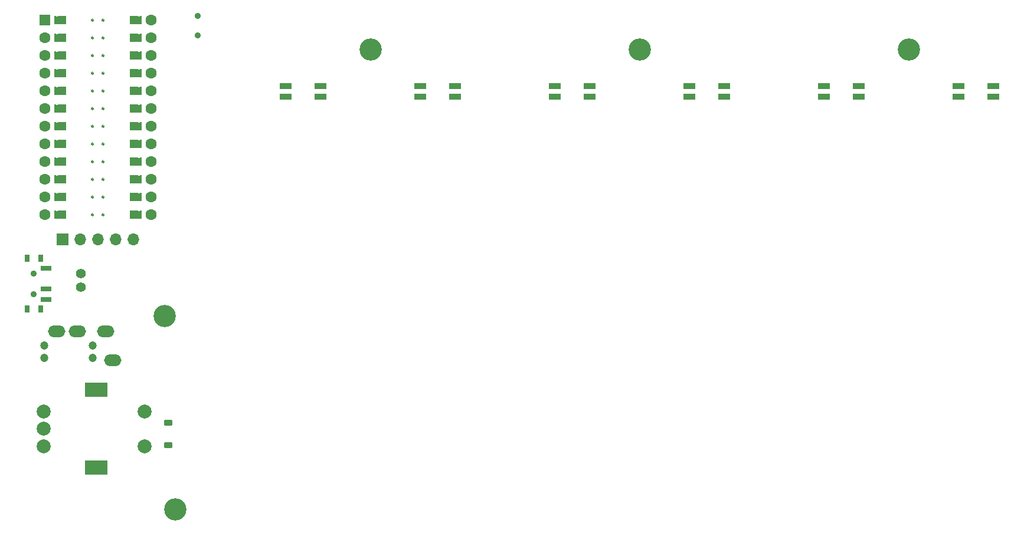
<source format=gts>
G04 #@! TF.GenerationSoftware,KiCad,Pcbnew,7.0.8*
G04 #@! TF.CreationDate,2023-10-21T22:22:21-07:00*
G04 #@! TF.ProjectId,Seismos_5CoreR,53656973-6d6f-4735-9f35-436f7265522e,rev?*
G04 #@! TF.SameCoordinates,Original*
G04 #@! TF.FileFunction,Soldermask,Top*
G04 #@! TF.FilePolarity,Negative*
%FSLAX46Y46*%
G04 Gerber Fmt 4.6, Leading zero omitted, Abs format (unit mm)*
G04 Created by KiCad (PCBNEW 7.0.8) date 2023-10-21 22:22:21*
%MOMM*%
%LPD*%
G01*
G04 APERTURE LIST*
G04 Aperture macros list*
%AMRoundRect*
0 Rectangle with rounded corners*
0 $1 Rounding radius*
0 $2 $3 $4 $5 $6 $7 $8 $9 X,Y pos of 4 corners*
0 Add a 4 corners polygon primitive as box body*
4,1,4,$2,$3,$4,$5,$6,$7,$8,$9,$2,$3,0*
0 Add four circle primitives for the rounded corners*
1,1,$1+$1,$2,$3*
1,1,$1+$1,$4,$5*
1,1,$1+$1,$6,$7*
1,1,$1+$1,$8,$9*
0 Add four rect primitives between the rounded corners*
20,1,$1+$1,$2,$3,$4,$5,0*
20,1,$1+$1,$4,$5,$6,$7,0*
20,1,$1+$1,$6,$7,$8,$9,0*
20,1,$1+$1,$8,$9,$2,$3,0*%
%AMFreePoly0*
4,1,6,0.600000,0.200000,0.000000,-0.400000,-0.600000,0.200000,-0.600000,0.400000,0.600000,0.400000,0.600000,0.200000,0.600000,0.200000,$1*%
%AMFreePoly1*
4,1,6,0.600000,-0.250000,-0.600000,-0.250000,-0.600000,1.000000,0.000000,0.400000,0.600000,1.000000,0.600000,-0.250000,0.600000,-0.250000,$1*%
G04 Aperture macros list end*
%ADD10C,0.250000*%
%ADD11C,0.100000*%
%ADD12C,3.200000*%
%ADD13C,2.000000*%
%ADD14R,3.200000X2.000000*%
%ADD15C,1.200000*%
%ADD16O,2.500000X1.700000*%
%ADD17R,1.700000X1.700000*%
%ADD18O,1.700000X1.700000*%
%ADD19C,0.900000*%
%ADD20R,1.500000X0.700000*%
%ADD21R,0.800000X1.000000*%
%ADD22C,1.400000*%
%ADD23C,1.600000*%
%ADD24FreePoly0,270.000000*%
%ADD25FreePoly0,90.000000*%
%ADD26R,1.600000X1.600000*%
%ADD27FreePoly1,270.000000*%
%ADD28FreePoly1,90.000000*%
%ADD29RoundRect,0.225000X-0.375000X0.225000X-0.375000X-0.225000X0.375000X-0.225000X0.375000X0.225000X0*%
%ADD30R,1.803400X0.812800*%
G04 APERTURE END LIST*
D10*
X42237000Y-22286000D02*
G75*
G03*
X42237000Y-22286000I-125000J0D01*
G01*
X40713000Y-22286000D02*
G75*
G03*
X40713000Y-22286000I-125000J0D01*
G01*
X42237000Y-24826000D02*
G75*
G03*
X42237000Y-24826000I-125000J0D01*
G01*
X40713000Y-24826000D02*
G75*
G03*
X40713000Y-24826000I-125000J0D01*
G01*
X42237000Y-27366000D02*
G75*
G03*
X42237000Y-27366000I-125000J0D01*
G01*
X40713000Y-27366000D02*
G75*
G03*
X40713000Y-27366000I-125000J0D01*
G01*
X42237000Y-29906000D02*
G75*
G03*
X42237000Y-29906000I-125000J0D01*
G01*
X40713000Y-29906000D02*
G75*
G03*
X40713000Y-29906000I-125000J0D01*
G01*
X42237000Y-32446000D02*
G75*
G03*
X42237000Y-32446000I-125000J0D01*
G01*
X40713000Y-32446000D02*
G75*
G03*
X40713000Y-32446000I-125000J0D01*
G01*
X42237000Y-34986000D02*
G75*
G03*
X42237000Y-34986000I-125000J0D01*
G01*
X40713000Y-34986000D02*
G75*
G03*
X40713000Y-34986000I-125000J0D01*
G01*
X42237000Y-37526000D02*
G75*
G03*
X42237000Y-37526000I-125000J0D01*
G01*
X40713000Y-37526000D02*
G75*
G03*
X40713000Y-37526000I-125000J0D01*
G01*
X42237000Y-40066000D02*
G75*
G03*
X42237000Y-40066000I-125000J0D01*
G01*
X40713000Y-40066000D02*
G75*
G03*
X40713000Y-40066000I-125000J0D01*
G01*
X42237000Y-42606000D02*
G75*
G03*
X42237000Y-42606000I-125000J0D01*
G01*
X40713000Y-42606000D02*
G75*
G03*
X40713000Y-42606000I-125000J0D01*
G01*
X42237000Y-45146000D02*
G75*
G03*
X42237000Y-45146000I-125000J0D01*
G01*
X40713000Y-45146000D02*
G75*
G03*
X40713000Y-45146000I-125000J0D01*
G01*
X42237000Y-47686000D02*
G75*
G03*
X42237000Y-47686000I-125000J0D01*
G01*
X40713000Y-47686000D02*
G75*
G03*
X40713000Y-47686000I-125000J0D01*
G01*
X42237000Y-50226000D02*
G75*
G03*
X42237000Y-50226000I-125000J0D01*
G01*
X40713000Y-50226000D02*
G75*
G03*
X40713000Y-50226000I-125000J0D01*
G01*
D11*
X36270000Y-22794000D02*
X35254000Y-22794000D01*
X35254000Y-21778000D01*
X36270000Y-21778000D01*
X36270000Y-22794000D01*
G36*
X36270000Y-22794000D02*
G01*
X35254000Y-22794000D01*
X35254000Y-21778000D01*
X36270000Y-21778000D01*
X36270000Y-22794000D01*
G37*
X47446000Y-22794000D02*
X46430000Y-22794000D01*
X46430000Y-21778000D01*
X47446000Y-21778000D01*
X47446000Y-22794000D01*
G36*
X47446000Y-22794000D02*
G01*
X46430000Y-22794000D01*
X46430000Y-21778000D01*
X47446000Y-21778000D01*
X47446000Y-22794000D01*
G37*
X36270000Y-25334000D02*
X35254000Y-25334000D01*
X35254000Y-24318000D01*
X36270000Y-24318000D01*
X36270000Y-25334000D01*
G36*
X36270000Y-25334000D02*
G01*
X35254000Y-25334000D01*
X35254000Y-24318000D01*
X36270000Y-24318000D01*
X36270000Y-25334000D01*
G37*
X47446000Y-25334000D02*
X46430000Y-25334000D01*
X46430000Y-24318000D01*
X47446000Y-24318000D01*
X47446000Y-25334000D01*
G36*
X47446000Y-25334000D02*
G01*
X46430000Y-25334000D01*
X46430000Y-24318000D01*
X47446000Y-24318000D01*
X47446000Y-25334000D01*
G37*
X36270000Y-27874000D02*
X35254000Y-27874000D01*
X35254000Y-26858000D01*
X36270000Y-26858000D01*
X36270000Y-27874000D01*
G36*
X36270000Y-27874000D02*
G01*
X35254000Y-27874000D01*
X35254000Y-26858000D01*
X36270000Y-26858000D01*
X36270000Y-27874000D01*
G37*
X47446000Y-27874000D02*
X46430000Y-27874000D01*
X46430000Y-26858000D01*
X47446000Y-26858000D01*
X47446000Y-27874000D01*
G36*
X47446000Y-27874000D02*
G01*
X46430000Y-27874000D01*
X46430000Y-26858000D01*
X47446000Y-26858000D01*
X47446000Y-27874000D01*
G37*
X36270000Y-30414000D02*
X35254000Y-30414000D01*
X35254000Y-29398000D01*
X36270000Y-29398000D01*
X36270000Y-30414000D01*
G36*
X36270000Y-30414000D02*
G01*
X35254000Y-30414000D01*
X35254000Y-29398000D01*
X36270000Y-29398000D01*
X36270000Y-30414000D01*
G37*
X47446000Y-30414000D02*
X46430000Y-30414000D01*
X46430000Y-29398000D01*
X47446000Y-29398000D01*
X47446000Y-30414000D01*
G36*
X47446000Y-30414000D02*
G01*
X46430000Y-30414000D01*
X46430000Y-29398000D01*
X47446000Y-29398000D01*
X47446000Y-30414000D01*
G37*
X36270000Y-32954000D02*
X35254000Y-32954000D01*
X35254000Y-31938000D01*
X36270000Y-31938000D01*
X36270000Y-32954000D01*
G36*
X36270000Y-32954000D02*
G01*
X35254000Y-32954000D01*
X35254000Y-31938000D01*
X36270000Y-31938000D01*
X36270000Y-32954000D01*
G37*
X47446000Y-32954000D02*
X46430000Y-32954000D01*
X46430000Y-31938000D01*
X47446000Y-31938000D01*
X47446000Y-32954000D01*
G36*
X47446000Y-32954000D02*
G01*
X46430000Y-32954000D01*
X46430000Y-31938000D01*
X47446000Y-31938000D01*
X47446000Y-32954000D01*
G37*
X36270000Y-35494000D02*
X35254000Y-35494000D01*
X35254000Y-34478000D01*
X36270000Y-34478000D01*
X36270000Y-35494000D01*
G36*
X36270000Y-35494000D02*
G01*
X35254000Y-35494000D01*
X35254000Y-34478000D01*
X36270000Y-34478000D01*
X36270000Y-35494000D01*
G37*
X47446000Y-35494000D02*
X46430000Y-35494000D01*
X46430000Y-34478000D01*
X47446000Y-34478000D01*
X47446000Y-35494000D01*
G36*
X47446000Y-35494000D02*
G01*
X46430000Y-35494000D01*
X46430000Y-34478000D01*
X47446000Y-34478000D01*
X47446000Y-35494000D01*
G37*
X36270000Y-38034000D02*
X35254000Y-38034000D01*
X35254000Y-37018000D01*
X36270000Y-37018000D01*
X36270000Y-38034000D01*
G36*
X36270000Y-38034000D02*
G01*
X35254000Y-38034000D01*
X35254000Y-37018000D01*
X36270000Y-37018000D01*
X36270000Y-38034000D01*
G37*
X47446000Y-38034000D02*
X46430000Y-38034000D01*
X46430000Y-37018000D01*
X47446000Y-37018000D01*
X47446000Y-38034000D01*
G36*
X47446000Y-38034000D02*
G01*
X46430000Y-38034000D01*
X46430000Y-37018000D01*
X47446000Y-37018000D01*
X47446000Y-38034000D01*
G37*
X36270000Y-40574000D02*
X35254000Y-40574000D01*
X35254000Y-39558000D01*
X36270000Y-39558000D01*
X36270000Y-40574000D01*
G36*
X36270000Y-40574000D02*
G01*
X35254000Y-40574000D01*
X35254000Y-39558000D01*
X36270000Y-39558000D01*
X36270000Y-40574000D01*
G37*
X47446000Y-40574000D02*
X46430000Y-40574000D01*
X46430000Y-39558000D01*
X47446000Y-39558000D01*
X47446000Y-40574000D01*
G36*
X47446000Y-40574000D02*
G01*
X46430000Y-40574000D01*
X46430000Y-39558000D01*
X47446000Y-39558000D01*
X47446000Y-40574000D01*
G37*
X36270000Y-43114000D02*
X35254000Y-43114000D01*
X35254000Y-42098000D01*
X36270000Y-42098000D01*
X36270000Y-43114000D01*
G36*
X36270000Y-43114000D02*
G01*
X35254000Y-43114000D01*
X35254000Y-42098000D01*
X36270000Y-42098000D01*
X36270000Y-43114000D01*
G37*
X47446000Y-43114000D02*
X46430000Y-43114000D01*
X46430000Y-42098000D01*
X47446000Y-42098000D01*
X47446000Y-43114000D01*
G36*
X47446000Y-43114000D02*
G01*
X46430000Y-43114000D01*
X46430000Y-42098000D01*
X47446000Y-42098000D01*
X47446000Y-43114000D01*
G37*
X36270000Y-45654000D02*
X35254000Y-45654000D01*
X35254000Y-44638000D01*
X36270000Y-44638000D01*
X36270000Y-45654000D01*
G36*
X36270000Y-45654000D02*
G01*
X35254000Y-45654000D01*
X35254000Y-44638000D01*
X36270000Y-44638000D01*
X36270000Y-45654000D01*
G37*
X47446000Y-45654000D02*
X46430000Y-45654000D01*
X46430000Y-44638000D01*
X47446000Y-44638000D01*
X47446000Y-45654000D01*
G36*
X47446000Y-45654000D02*
G01*
X46430000Y-45654000D01*
X46430000Y-44638000D01*
X47446000Y-44638000D01*
X47446000Y-45654000D01*
G37*
X36270000Y-48194000D02*
X35254000Y-48194000D01*
X35254000Y-47178000D01*
X36270000Y-47178000D01*
X36270000Y-48194000D01*
G36*
X36270000Y-48194000D02*
G01*
X35254000Y-48194000D01*
X35254000Y-47178000D01*
X36270000Y-47178000D01*
X36270000Y-48194000D01*
G37*
X47446000Y-48194000D02*
X46430000Y-48194000D01*
X46430000Y-47178000D01*
X47446000Y-47178000D01*
X47446000Y-48194000D01*
G36*
X47446000Y-48194000D02*
G01*
X46430000Y-48194000D01*
X46430000Y-47178000D01*
X47446000Y-47178000D01*
X47446000Y-48194000D01*
G37*
X36270000Y-50734000D02*
X35254000Y-50734000D01*
X35254000Y-49718000D01*
X36270000Y-49718000D01*
X36270000Y-50734000D01*
G36*
X36270000Y-50734000D02*
G01*
X35254000Y-50734000D01*
X35254000Y-49718000D01*
X36270000Y-49718000D01*
X36270000Y-50734000D01*
G37*
X47446000Y-50734000D02*
X46430000Y-50734000D01*
X46430000Y-49718000D01*
X47446000Y-49718000D01*
X47446000Y-50734000D01*
G36*
X47446000Y-50734000D02*
G01*
X46430000Y-50734000D01*
X46430000Y-49718000D01*
X47446000Y-49718000D01*
X47446000Y-50734000D01*
G37*
D12*
X51000000Y-64750000D03*
D13*
X33610000Y-78460000D03*
X33610000Y-83460000D03*
X33610000Y-80960000D03*
D14*
X41110000Y-75360000D03*
X41110000Y-86560000D03*
D13*
X48110000Y-83460000D03*
X48110000Y-78460000D03*
D15*
X33670000Y-70775000D03*
X40670000Y-70775000D03*
X33670000Y-69025000D03*
X40670000Y-69025000D03*
D16*
X42470000Y-66925000D03*
X38470000Y-66925000D03*
X35470000Y-66925000D03*
X43470000Y-71125000D03*
D17*
X36284000Y-53766000D03*
D18*
X38824000Y-53766000D03*
X41364000Y-53766000D03*
X43904000Y-53766000D03*
X46444000Y-53766000D03*
D19*
X32200000Y-58632000D03*
X32200000Y-61632000D03*
D20*
X33950000Y-60882000D03*
D21*
X33165000Y-56482000D03*
X31235000Y-56482000D03*
X33165000Y-63782000D03*
X31235000Y-63782000D03*
D20*
X33950000Y-62382000D03*
X33950000Y-57882000D03*
D22*
X38949500Y-60632000D03*
X38949500Y-58632000D03*
D12*
X80500000Y-26500000D03*
D23*
X48970000Y-22286000D03*
D24*
X47192000Y-22286000D03*
D25*
X35508000Y-22286000D03*
D23*
X33730000Y-22286000D03*
D26*
X33730000Y-22286000D03*
D23*
X48970000Y-24826000D03*
D24*
X47192000Y-24826000D03*
D25*
X35508000Y-24826000D03*
D23*
X33730000Y-24826000D03*
X48970000Y-27366000D03*
D24*
X47192000Y-27366000D03*
D25*
X35508000Y-27366000D03*
D23*
X33730000Y-27366000D03*
X48970000Y-29906000D03*
D24*
X47192000Y-29906000D03*
D25*
X35508000Y-29906000D03*
D23*
X33730000Y-29906000D03*
X48970000Y-32446000D03*
D24*
X47192000Y-32446000D03*
D25*
X35508000Y-32446000D03*
D23*
X33730000Y-32446000D03*
X48970000Y-34986000D03*
D24*
X47192000Y-34986000D03*
D25*
X35508000Y-34986000D03*
D23*
X33730000Y-34986000D03*
X48970000Y-37526000D03*
D24*
X47192000Y-37526000D03*
D25*
X35508000Y-37526000D03*
D23*
X33730000Y-37526000D03*
X48970000Y-40066000D03*
D24*
X47192000Y-40066000D03*
D25*
X35508000Y-40066000D03*
D23*
X33730000Y-40066000D03*
X48970000Y-42606000D03*
D24*
X47192000Y-42606000D03*
D25*
X35508000Y-42606000D03*
D23*
X33730000Y-42606000D03*
X48970000Y-45146000D03*
D24*
X47192000Y-45146000D03*
D25*
X35508000Y-45146000D03*
D23*
X33730000Y-45146000D03*
X48970000Y-47686000D03*
D24*
X47192000Y-47686000D03*
D25*
X35508000Y-47686000D03*
D23*
X33730000Y-47686000D03*
X48970000Y-50226000D03*
D24*
X47192000Y-50226000D03*
D25*
X35508000Y-50226000D03*
D23*
X33730000Y-50226000D03*
D27*
X46176000Y-22286000D03*
X46176000Y-24826000D03*
X46176000Y-27366000D03*
X46176000Y-29906000D03*
X46176000Y-32446000D03*
X46176000Y-34986000D03*
X46176000Y-37526000D03*
X46176000Y-40066000D03*
X46176000Y-42606000D03*
X46176000Y-45146000D03*
X46176000Y-47686000D03*
X46176000Y-50226000D03*
D28*
X36524000Y-50226000D03*
X36524000Y-47686000D03*
X36524000Y-45146000D03*
X36524000Y-42606000D03*
X36524000Y-40066000D03*
X36524000Y-37526000D03*
X36524000Y-34986000D03*
X36524000Y-32446000D03*
X36524000Y-29906000D03*
X36524000Y-27366000D03*
X36524000Y-24826000D03*
X36524000Y-22286000D03*
D12*
X157700000Y-26500000D03*
X52500000Y-92500000D03*
X119100000Y-26500000D03*
D29*
X51500000Y-80050000D03*
X51500000Y-83350000D03*
D30*
X73351900Y-33249300D03*
X73351900Y-31750700D03*
X68348100Y-31750700D03*
X68348100Y-33249300D03*
X169851900Y-33249300D03*
X169851900Y-31750700D03*
X164848100Y-31750700D03*
X164848100Y-33249300D03*
X131251900Y-33249300D03*
X131251900Y-31750700D03*
X126248100Y-31750700D03*
X126248100Y-33249300D03*
X111951900Y-33249300D03*
X111951900Y-31750700D03*
X106948100Y-31750700D03*
X106948100Y-33249300D03*
D19*
X55712500Y-24449500D03*
X55712500Y-21649500D03*
D30*
X150551900Y-33249300D03*
X150551900Y-31750700D03*
X145548100Y-31750700D03*
X145548100Y-33249300D03*
X92651900Y-33249300D03*
X92651900Y-31750700D03*
X87648100Y-31750700D03*
X87648100Y-33249300D03*
M02*

</source>
